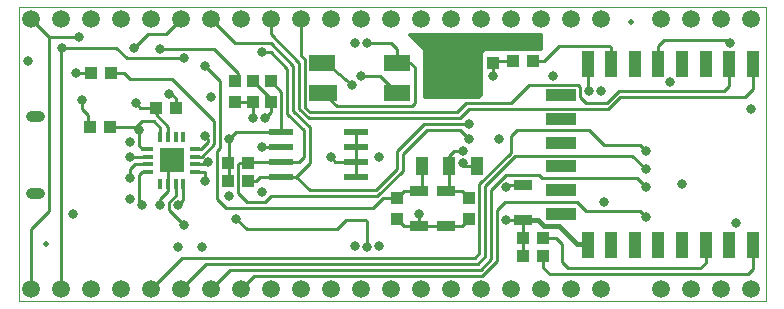
<source format=gbl>
G75*
%MOIN*%
%OFA0B0*%
%FSLAX25Y25*%
%IPPOS*%
%LPD*%
%AMOC8*
5,1,8,0,0,1.08239X$1,22.5*
%
%ADD10C,0.00100*%
%ADD11R,0.03543X0.01378*%
%ADD12R,0.08268X0.08268*%
%ADD13R,0.01378X0.03543*%
%ADD14R,0.04331X0.03937*%
%ADD15R,0.07874X0.01969*%
%ADD16R,0.03937X0.04331*%
%ADD17R,0.08661X0.05512*%
%ADD18R,0.09449X0.05512*%
%ADD19R,0.15748X0.05906*%
%ADD20R,0.03937X0.05906*%
%ADD21R,0.06299X0.03543*%
%ADD22C,0.05906*%
%ADD23C,0.00039*%
%ADD24C,0.03543*%
%ADD25R,0.03937X0.08661*%
%ADD26R,0.09843X0.03937*%
%ADD27C,0.01969*%
%ADD28C,0.03169*%
%ADD29C,0.01000*%
%ADD30C,0.01600*%
D10*
X0009000Y0020119D02*
X0009000Y0118119D01*
X0258000Y0118119D01*
X0258000Y0020119D01*
X0009000Y0020119D01*
D11*
X0052126Y0063280D03*
X0052126Y0065839D03*
X0052126Y0068398D03*
X0052126Y0070957D03*
X0067874Y0070957D03*
X0067874Y0068398D03*
X0067874Y0065839D03*
X0067874Y0063280D03*
D12*
X0060000Y0067119D03*
D13*
X0058720Y0059245D03*
X0056161Y0059245D03*
X0061280Y0059245D03*
X0063839Y0059245D03*
X0063839Y0074993D03*
X0061280Y0074993D03*
X0058720Y0074993D03*
X0056161Y0074993D03*
D14*
X0039346Y0078119D03*
X0032654Y0078119D03*
X0054654Y0084619D03*
X0061346Y0084619D03*
X0039846Y0096119D03*
X0033154Y0096119D03*
X0078654Y0066119D03*
X0085346Y0066119D03*
X0085346Y0060119D03*
X0078654Y0060119D03*
X0173654Y0100119D03*
X0180346Y0100119D03*
X0177154Y0041119D03*
X0183846Y0041119D03*
X0183846Y0035119D03*
X0177154Y0035119D03*
D15*
X0121539Y0061619D03*
X0121539Y0066619D03*
X0121539Y0071619D03*
X0121539Y0076619D03*
X0096461Y0076619D03*
X0096461Y0071619D03*
X0096461Y0066619D03*
X0096461Y0061619D03*
D16*
X0135000Y0054465D03*
X0135000Y0047772D03*
X0159000Y0047772D03*
X0159000Y0054465D03*
X0093000Y0086772D03*
X0087000Y0086772D03*
X0081000Y0086772D03*
X0081000Y0093465D03*
X0087000Y0093465D03*
X0093000Y0093465D03*
X0167000Y0099772D03*
X0167000Y0106465D03*
D17*
X0134902Y0099619D03*
X0134902Y0089619D03*
X0110098Y0099619D03*
D18*
X0110492Y0089619D03*
D19*
X0152500Y0090914D03*
D20*
X0152500Y0065323D03*
X0143445Y0065323D03*
X0161555Y0065323D03*
D21*
X0177000Y0058827D03*
X0177000Y0047410D03*
X0151500Y0045410D03*
X0142500Y0045410D03*
X0142500Y0056827D03*
X0151500Y0056827D03*
D22*
X0153000Y0024119D03*
X0163000Y0024119D03*
X0173000Y0024119D03*
X0183000Y0024119D03*
X0193000Y0024119D03*
X0203000Y0024119D03*
X0223000Y0024119D03*
X0233000Y0024119D03*
X0243000Y0024119D03*
X0253000Y0024119D03*
X0143000Y0024119D03*
X0133000Y0024119D03*
X0123000Y0024119D03*
X0113000Y0024119D03*
X0103000Y0024119D03*
X0093000Y0024119D03*
X0083000Y0024119D03*
X0073000Y0024119D03*
X0063000Y0024119D03*
X0053000Y0024119D03*
X0043000Y0024119D03*
X0033000Y0024119D03*
X0023000Y0024119D03*
X0013000Y0024119D03*
X0013000Y0114119D03*
X0023000Y0114119D03*
X0033000Y0114119D03*
X0043000Y0114119D03*
X0053000Y0114119D03*
X0063000Y0114119D03*
X0073000Y0114119D03*
X0083000Y0114119D03*
X0093000Y0114119D03*
X0103000Y0114119D03*
X0113000Y0114119D03*
X0123000Y0114119D03*
X0133000Y0114119D03*
X0143000Y0114119D03*
X0153000Y0114119D03*
X0163000Y0114119D03*
X0173000Y0114119D03*
X0183000Y0114119D03*
X0193000Y0114119D03*
X0203000Y0114119D03*
X0223000Y0114119D03*
X0233000Y0114119D03*
X0243000Y0114119D03*
X0253000Y0114119D03*
D23*
X0015866Y0083095D02*
X0013110Y0083095D01*
X0012126Y0082111D02*
X0012128Y0082049D01*
X0012134Y0081988D01*
X0012143Y0081927D01*
X0012157Y0081866D01*
X0012174Y0081807D01*
X0012195Y0081749D01*
X0012220Y0081692D01*
X0012248Y0081637D01*
X0012279Y0081584D01*
X0012314Y0081533D01*
X0012352Y0081484D01*
X0012393Y0081437D01*
X0012436Y0081394D01*
X0012483Y0081353D01*
X0012532Y0081315D01*
X0012583Y0081280D01*
X0012636Y0081249D01*
X0012691Y0081221D01*
X0012748Y0081196D01*
X0012806Y0081175D01*
X0012865Y0081158D01*
X0012926Y0081144D01*
X0012987Y0081135D01*
X0013048Y0081129D01*
X0013110Y0081127D01*
X0015866Y0081127D01*
X0016850Y0082111D02*
X0016848Y0082173D01*
X0016842Y0082234D01*
X0016833Y0082295D01*
X0016819Y0082356D01*
X0016802Y0082415D01*
X0016781Y0082473D01*
X0016756Y0082530D01*
X0016728Y0082585D01*
X0016697Y0082638D01*
X0016662Y0082689D01*
X0016624Y0082738D01*
X0016583Y0082785D01*
X0016540Y0082828D01*
X0016493Y0082869D01*
X0016444Y0082907D01*
X0016393Y0082942D01*
X0016340Y0082973D01*
X0016285Y0083001D01*
X0016228Y0083026D01*
X0016170Y0083047D01*
X0016111Y0083064D01*
X0016050Y0083078D01*
X0015989Y0083087D01*
X0015928Y0083093D01*
X0015866Y0083095D01*
X0016850Y0082111D02*
X0016848Y0082049D01*
X0016842Y0081988D01*
X0016833Y0081927D01*
X0016819Y0081866D01*
X0016802Y0081807D01*
X0016781Y0081749D01*
X0016756Y0081692D01*
X0016728Y0081637D01*
X0016697Y0081584D01*
X0016662Y0081533D01*
X0016624Y0081484D01*
X0016583Y0081437D01*
X0016540Y0081394D01*
X0016493Y0081353D01*
X0016444Y0081315D01*
X0016393Y0081280D01*
X0016340Y0081249D01*
X0016285Y0081221D01*
X0016228Y0081196D01*
X0016170Y0081175D01*
X0016111Y0081158D01*
X0016050Y0081144D01*
X0015989Y0081135D01*
X0015928Y0081129D01*
X0015866Y0081127D01*
X0013110Y0083095D02*
X0013048Y0083093D01*
X0012987Y0083087D01*
X0012926Y0083078D01*
X0012865Y0083064D01*
X0012806Y0083047D01*
X0012748Y0083026D01*
X0012691Y0083001D01*
X0012636Y0082973D01*
X0012583Y0082942D01*
X0012532Y0082907D01*
X0012483Y0082869D01*
X0012436Y0082828D01*
X0012393Y0082785D01*
X0012352Y0082738D01*
X0012314Y0082689D01*
X0012279Y0082638D01*
X0012248Y0082585D01*
X0012220Y0082530D01*
X0012195Y0082473D01*
X0012174Y0082415D01*
X0012157Y0082356D01*
X0012143Y0082295D01*
X0012134Y0082234D01*
X0012128Y0082173D01*
X0012126Y0082111D01*
X0013110Y0057111D02*
X0015866Y0057111D01*
X0015928Y0057109D01*
X0015989Y0057103D01*
X0016050Y0057094D01*
X0016111Y0057080D01*
X0016170Y0057063D01*
X0016228Y0057042D01*
X0016285Y0057017D01*
X0016340Y0056989D01*
X0016393Y0056958D01*
X0016444Y0056923D01*
X0016493Y0056885D01*
X0016540Y0056844D01*
X0016583Y0056801D01*
X0016624Y0056754D01*
X0016662Y0056705D01*
X0016697Y0056654D01*
X0016728Y0056601D01*
X0016756Y0056546D01*
X0016781Y0056489D01*
X0016802Y0056431D01*
X0016819Y0056372D01*
X0016833Y0056311D01*
X0016842Y0056250D01*
X0016848Y0056189D01*
X0016850Y0056127D01*
X0016848Y0056065D01*
X0016842Y0056004D01*
X0016833Y0055943D01*
X0016819Y0055882D01*
X0016802Y0055823D01*
X0016781Y0055765D01*
X0016756Y0055708D01*
X0016728Y0055653D01*
X0016697Y0055600D01*
X0016662Y0055549D01*
X0016624Y0055500D01*
X0016583Y0055453D01*
X0016540Y0055410D01*
X0016493Y0055369D01*
X0016444Y0055331D01*
X0016393Y0055296D01*
X0016340Y0055265D01*
X0016285Y0055237D01*
X0016228Y0055212D01*
X0016170Y0055191D01*
X0016111Y0055174D01*
X0016050Y0055160D01*
X0015989Y0055151D01*
X0015928Y0055145D01*
X0015866Y0055143D01*
X0015866Y0055142D02*
X0013110Y0055142D01*
X0013110Y0055143D02*
X0013048Y0055145D01*
X0012987Y0055151D01*
X0012926Y0055160D01*
X0012865Y0055174D01*
X0012806Y0055191D01*
X0012748Y0055212D01*
X0012691Y0055237D01*
X0012636Y0055265D01*
X0012583Y0055296D01*
X0012532Y0055331D01*
X0012483Y0055369D01*
X0012436Y0055410D01*
X0012393Y0055453D01*
X0012352Y0055500D01*
X0012314Y0055549D01*
X0012279Y0055600D01*
X0012248Y0055653D01*
X0012220Y0055708D01*
X0012195Y0055765D01*
X0012174Y0055823D01*
X0012157Y0055882D01*
X0012143Y0055943D01*
X0012134Y0056004D01*
X0012128Y0056065D01*
X0012126Y0056127D01*
X0012128Y0056189D01*
X0012134Y0056250D01*
X0012143Y0056311D01*
X0012157Y0056372D01*
X0012174Y0056431D01*
X0012195Y0056489D01*
X0012220Y0056546D01*
X0012248Y0056601D01*
X0012279Y0056654D01*
X0012314Y0056705D01*
X0012352Y0056754D01*
X0012393Y0056801D01*
X0012436Y0056844D01*
X0012483Y0056885D01*
X0012532Y0056923D01*
X0012583Y0056958D01*
X0012636Y0056989D01*
X0012691Y0057017D01*
X0012748Y0057042D01*
X0012806Y0057063D01*
X0012865Y0057080D01*
X0012926Y0057094D01*
X0012987Y0057103D01*
X0013048Y0057109D01*
X0013110Y0057111D01*
D24*
X0015866Y0056127D02*
X0015866Y0056127D01*
X0013110Y0056127D01*
X0013110Y0056127D01*
X0015866Y0056127D01*
X0015866Y0082111D02*
X0015866Y0082111D01*
X0013110Y0082111D01*
X0013110Y0082111D01*
X0015866Y0082111D01*
D25*
X0198567Y0099434D03*
X0206441Y0099434D03*
X0214315Y0099434D03*
X0222189Y0099434D03*
X0230063Y0099434D03*
X0237937Y0099434D03*
X0245811Y0099434D03*
X0253685Y0099434D03*
X0253685Y0038804D03*
X0245811Y0038804D03*
X0237937Y0038804D03*
X0230063Y0038804D03*
X0222189Y0038804D03*
X0214315Y0038804D03*
X0206441Y0038804D03*
X0198567Y0038804D03*
D26*
X0189709Y0049434D03*
X0189709Y0057308D03*
X0189709Y0065182D03*
X0189709Y0073056D03*
X0189709Y0080930D03*
X0189709Y0088804D03*
D27*
X0213000Y0113119D03*
X0018000Y0039119D03*
D28*
X0027000Y0049119D03*
X0046000Y0054119D03*
X0050000Y0052119D03*
X0056000Y0052119D03*
X0062000Y0052119D03*
X0064000Y0045619D03*
X0062000Y0038119D03*
X0070000Y0038119D03*
X0081500Y0047619D03*
X0079000Y0055119D03*
X0071000Y0060119D03*
X0072000Y0066619D03*
X0079000Y0074119D03*
X0071000Y0075119D03*
X0087000Y0081119D03*
X0091000Y0081119D03*
X0073000Y0088119D03*
X0059000Y0089119D03*
X0048000Y0086119D03*
X0030000Y0087119D03*
X0028000Y0096119D03*
X0012000Y0100119D03*
X0023500Y0104619D03*
X0029000Y0108119D03*
X0047500Y0104619D03*
X0056000Y0104119D03*
X0064000Y0101119D03*
X0071000Y0098619D03*
X0090000Y0103119D03*
X0121000Y0106119D03*
X0125000Y0106119D03*
X0123000Y0095119D03*
X0120000Y0092119D03*
X0159000Y0079119D03*
X0159000Y0074119D03*
X0157000Y0070119D03*
X0157000Y0066119D03*
X0171500Y0058119D03*
X0171500Y0047119D03*
X0142500Y0049119D03*
X0129000Y0038619D03*
X0125000Y0038119D03*
X0121000Y0038619D03*
X0090000Y0056619D03*
X0113000Y0068119D03*
X0129000Y0068119D03*
X0090000Y0071619D03*
X0049000Y0077119D03*
X0046000Y0073119D03*
X0046000Y0068119D03*
X0046000Y0061119D03*
X0161000Y0096619D03*
X0167000Y0095119D03*
X0187000Y0095119D03*
X0199000Y0090119D03*
X0203000Y0090119D03*
X0226000Y0093119D03*
X0253000Y0084119D03*
X0218000Y0070119D03*
X0218000Y0064119D03*
X0230000Y0059119D03*
X0218000Y0058119D03*
X0204000Y0053119D03*
X0218000Y0048119D03*
X0248000Y0046119D03*
X0169000Y0074119D03*
X0246000Y0106119D03*
D29*
X0245000Y0107119D01*
X0224000Y0107119D01*
X0222189Y0105308D01*
X0222189Y0099434D01*
X0206441Y0099434D02*
X0206441Y0104678D01*
X0206000Y0105119D01*
X0189000Y0105119D01*
X0184000Y0100119D01*
X0180346Y0100119D01*
X0173654Y0100119D02*
X0167346Y0100119D01*
X0167000Y0099772D01*
X0167000Y0095119D01*
X0163000Y0095007D02*
X0144000Y0095007D01*
X0144000Y0094009D02*
X0163000Y0094009D01*
X0163000Y0093010D02*
X0144000Y0093010D01*
X0144000Y0092011D02*
X0163000Y0092011D01*
X0163000Y0091013D02*
X0144000Y0091013D01*
X0144000Y0090014D02*
X0163000Y0090014D01*
X0163000Y0089119D02*
X0162000Y0088119D01*
X0144000Y0088119D01*
X0144000Y0104119D01*
X0139000Y0109119D01*
X0183000Y0109119D01*
X0183000Y0104119D01*
X0164000Y0104119D01*
X0163000Y0103119D01*
X0163000Y0089119D01*
X0162897Y0089016D02*
X0144000Y0089016D01*
X0141000Y0086119D02*
X0141000Y0098119D01*
X0139500Y0099619D01*
X0134902Y0099619D01*
X0134902Y0104217D01*
X0133000Y0106119D01*
X0125000Y0106119D01*
X0139132Y0108986D02*
X0183000Y0108986D01*
X0183000Y0107988D02*
X0140131Y0107988D01*
X0141130Y0106989D02*
X0183000Y0106989D01*
X0183000Y0105991D02*
X0142128Y0105991D01*
X0143127Y0104992D02*
X0183000Y0104992D01*
X0167346Y0106119D02*
X0167000Y0106465D01*
X0162346Y0106465D01*
X0161000Y0105119D01*
X0161000Y0096619D01*
X0153500Y0096619D01*
X0152500Y0095619D01*
X0152500Y0090914D01*
X0158000Y0086119D02*
X0155000Y0083119D01*
X0106000Y0083119D01*
X0104500Y0084619D01*
X0104500Y0100619D01*
X0103000Y0102119D01*
X0103000Y0114119D01*
X0093000Y0114119D02*
X0093000Y0109119D01*
X0102500Y0099619D01*
X0102500Y0084320D01*
X0105702Y0081119D01*
X0156000Y0081119D01*
X0159000Y0084119D01*
X0205500Y0084119D01*
X0209500Y0088119D01*
X0251000Y0088119D01*
X0253685Y0090804D01*
X0253685Y0099434D01*
X0245811Y0099434D02*
X0245811Y0091930D01*
X0244000Y0090119D01*
X0209000Y0090119D01*
X0205000Y0086119D01*
X0198000Y0086119D01*
X0196000Y0088119D01*
X0196000Y0091619D01*
X0195500Y0092119D01*
X0179000Y0092119D01*
X0173000Y0086119D01*
X0158000Y0086119D01*
X0159000Y0079119D02*
X0144000Y0079119D01*
X0135000Y0070119D01*
X0135000Y0064119D01*
X0128000Y0057119D01*
X0106000Y0057119D01*
X0101500Y0061619D01*
X0106000Y0066119D01*
X0106000Y0078119D01*
X0100500Y0083619D01*
X0100500Y0098619D01*
X0093000Y0106119D01*
X0081000Y0106119D01*
X0073000Y0114119D01*
X0063000Y0114119D02*
X0058000Y0109119D01*
X0052000Y0109119D01*
X0047500Y0104619D01*
X0045000Y0101119D02*
X0041500Y0104619D01*
X0023500Y0104619D01*
X0023000Y0104119D01*
X0023000Y0024119D01*
X0013000Y0024119D02*
X0013000Y0044119D01*
X0019000Y0050119D01*
X0019000Y0108119D01*
X0013000Y0114119D01*
X0019000Y0108119D02*
X0029000Y0108119D01*
X0045000Y0101119D02*
X0064000Y0101119D01*
X0071000Y0098619D02*
X0076000Y0093619D01*
X0076000Y0071119D01*
X0075000Y0070119D01*
X0075000Y0054119D01*
X0078000Y0051119D01*
X0127000Y0051119D01*
X0130346Y0054465D01*
X0135000Y0054465D01*
X0137362Y0056827D01*
X0142500Y0056827D01*
X0143445Y0057272D01*
X0143445Y0065323D01*
X0137000Y0063619D02*
X0128500Y0055119D01*
X0093000Y0055119D01*
X0091000Y0053119D01*
X0085000Y0053119D01*
X0082000Y0056119D01*
X0082000Y0065619D01*
X0082500Y0066119D01*
X0085346Y0066119D01*
X0083846Y0066619D01*
X0096461Y0066619D01*
X0102500Y0066619D01*
X0104000Y0068119D01*
X0104000Y0077119D01*
X0098500Y0082619D01*
X0098500Y0097619D01*
X0093000Y0103119D01*
X0090000Y0103119D01*
X0082000Y0096308D02*
X0074190Y0104119D01*
X0056000Y0104119D01*
X0046000Y0094119D02*
X0044000Y0096119D01*
X0039846Y0096119D01*
X0046000Y0094119D02*
X0060000Y0094119D01*
X0074000Y0080119D01*
X0074000Y0072448D01*
X0069950Y0068398D01*
X0067874Y0068398D01*
X0071220Y0065839D02*
X0072000Y0066619D01*
X0071220Y0065839D02*
X0067874Y0065839D01*
X0067874Y0063280D02*
X0070839Y0063280D01*
X0071000Y0063119D01*
X0071000Y0060119D01*
X0078654Y0060119D02*
X0079000Y0060119D01*
X0079000Y0066119D01*
X0078654Y0066119D01*
X0079000Y0066119D02*
X0079000Y0074119D01*
X0081500Y0076619D01*
X0096461Y0076619D01*
X0096461Y0090005D01*
X0093000Y0093465D01*
X0093000Y0087465D02*
X0087000Y0093465D01*
X0082000Y0096308D02*
X0081000Y0093465D01*
X0081000Y0086772D02*
X0087000Y0086772D01*
X0087000Y0081119D01*
X0091000Y0081119D02*
X0093000Y0083119D01*
X0093000Y0086772D01*
X0093000Y0087465D01*
X0110492Y0089619D02*
X0114992Y0085119D01*
X0140000Y0085119D01*
X0141000Y0086119D01*
X0134902Y0089619D02*
X0129402Y0095119D01*
X0123000Y0095119D01*
X0120000Y0092119D02*
X0111500Y0099619D01*
X0110098Y0099619D01*
X0144000Y0100000D02*
X0163000Y0100000D01*
X0163000Y0100998D02*
X0144000Y0100998D01*
X0144000Y0101997D02*
X0163000Y0101997D01*
X0163000Y0102995D02*
X0144000Y0102995D01*
X0144000Y0103994D02*
X0163875Y0103994D01*
X0163000Y0099001D02*
X0144000Y0099001D01*
X0144000Y0098003D02*
X0163000Y0098003D01*
X0163000Y0097004D02*
X0144000Y0097004D01*
X0144000Y0096006D02*
X0163000Y0096006D01*
X0198567Y0099434D02*
X0198567Y0090552D01*
X0199000Y0090119D01*
X0199000Y0077119D02*
X0175000Y0077119D01*
X0173000Y0075119D01*
X0173000Y0069619D01*
X0162500Y0059119D01*
X0162500Y0036119D01*
X0161000Y0034619D01*
X0063500Y0034619D01*
X0053000Y0024119D01*
X0063000Y0024119D02*
X0071500Y0032619D01*
X0162000Y0032619D01*
X0164500Y0035119D01*
X0164500Y0058619D01*
X0174500Y0068619D01*
X0213500Y0068619D01*
X0218000Y0064119D01*
X0215000Y0061119D02*
X0218000Y0058119D01*
X0215000Y0061119D02*
X0183500Y0061119D01*
X0182500Y0062119D01*
X0171500Y0062119D01*
X0166500Y0057119D01*
X0166500Y0034119D01*
X0163000Y0030619D01*
X0079500Y0030619D01*
X0073000Y0024119D01*
X0083000Y0024119D02*
X0087500Y0028619D01*
X0163500Y0028619D01*
X0168500Y0033619D01*
X0168500Y0050619D01*
X0171000Y0053119D01*
X0195000Y0053119D01*
X0198000Y0050119D01*
X0216000Y0050119D01*
X0218000Y0048119D01*
X0237937Y0038804D02*
X0237937Y0033056D01*
X0236000Y0031119D01*
X0192000Y0031119D01*
X0190000Y0033119D01*
X0190000Y0039119D01*
X0188000Y0041119D01*
X0183846Y0041119D01*
X0177154Y0041119D02*
X0177154Y0035119D01*
X0183846Y0035119D02*
X0183846Y0031272D01*
X0186000Y0029119D01*
X0252000Y0029119D01*
X0253685Y0030804D01*
X0253685Y0038804D01*
X0218000Y0070119D02*
X0216000Y0072119D01*
X0204000Y0072119D01*
X0199000Y0077119D01*
X0161555Y0065323D02*
X0157795Y0065323D01*
X0157000Y0066119D01*
X0152500Y0065323D02*
X0152500Y0057327D01*
X0151500Y0056827D01*
X0156638Y0056827D01*
X0159000Y0054465D01*
X0171500Y0058119D02*
X0172209Y0058827D01*
X0177000Y0058827D01*
X0177000Y0047410D02*
X0171791Y0047410D01*
X0171500Y0047119D01*
X0177000Y0047410D02*
X0177291Y0047119D01*
X0177000Y0047410D02*
X0177000Y0041272D01*
X0177154Y0041119D01*
X0159000Y0047772D02*
X0156638Y0045410D01*
X0151500Y0045410D01*
X0142500Y0045410D01*
X0142500Y0049119D01*
X0142500Y0045410D02*
X0137362Y0045410D01*
X0135000Y0047772D01*
X0125000Y0046678D02*
X0125000Y0038119D01*
X0118000Y0047119D02*
X0115000Y0044119D01*
X0085000Y0044119D01*
X0081500Y0047619D01*
X0064000Y0045619D02*
X0059000Y0050619D01*
X0059000Y0053119D01*
X0061280Y0055398D01*
X0061280Y0059245D01*
X0063839Y0059245D02*
X0063839Y0053957D01*
X0062000Y0052119D01*
X0058720Y0056839D02*
X0056000Y0054119D01*
X0056000Y0052119D01*
X0050000Y0052119D02*
X0049000Y0053119D01*
X0049000Y0062119D01*
X0050161Y0063280D01*
X0052126Y0063280D01*
X0052126Y0065839D02*
X0047720Y0065839D01*
X0046000Y0064119D01*
X0046000Y0061119D01*
X0058720Y0059245D02*
X0058720Y0056839D01*
X0058720Y0059245D02*
X0058720Y0067119D01*
X0060000Y0067119D01*
X0052126Y0068398D02*
X0046280Y0068398D01*
X0046000Y0068119D01*
X0049000Y0072119D02*
X0050161Y0070957D01*
X0052126Y0070957D01*
X0049000Y0072119D02*
X0049000Y0077119D01*
X0048000Y0078119D01*
X0050000Y0080119D01*
X0054000Y0080119D01*
X0056161Y0077957D01*
X0056161Y0074993D01*
X0058720Y0074993D02*
X0058720Y0078398D01*
X0054654Y0082465D01*
X0054654Y0084619D01*
X0049500Y0084619D01*
X0048000Y0086119D01*
X0059000Y0089119D02*
X0060000Y0089119D01*
X0061346Y0087772D01*
X0061346Y0084619D01*
X0048000Y0078119D02*
X0039346Y0078119D01*
X0032654Y0078119D02*
X0032000Y0078772D01*
X0032000Y0082119D01*
X0030000Y0084119D01*
X0030000Y0087119D01*
X0028000Y0096119D02*
X0033154Y0096119D01*
X0071000Y0075119D02*
X0072000Y0074119D01*
X0072000Y0073270D01*
X0069687Y0070957D01*
X0067874Y0070957D01*
X0090000Y0071619D02*
X0096461Y0071619D01*
X0096461Y0076619D02*
X0098500Y0076619D01*
X0113000Y0068119D02*
X0114500Y0066619D01*
X0121539Y0066619D01*
X0121539Y0071619D01*
X0121539Y0076619D01*
X0137000Y0069119D02*
X0145000Y0077119D01*
X0156000Y0077119D01*
X0159000Y0074119D01*
X0157000Y0070119D02*
X0154000Y0070119D01*
X0152500Y0068619D01*
X0152500Y0065323D01*
X0137000Y0063619D02*
X0137000Y0069119D01*
X0121539Y0066619D02*
X0121539Y0061619D01*
X0101500Y0061619D02*
X0096461Y0061619D01*
X0089500Y0061619D01*
X0088000Y0060119D01*
X0085346Y0060119D01*
X0118000Y0047119D02*
X0124559Y0047119D01*
X0125000Y0046678D01*
D30*
X0177291Y0047119D02*
X0182000Y0047119D01*
X0184000Y0045119D01*
X0189000Y0045119D01*
X0195000Y0039119D01*
X0198252Y0039119D01*
X0198567Y0038804D01*
M02*

</source>
